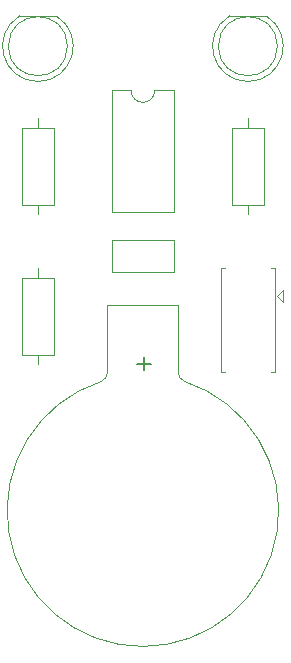
<source format=gbr>
G04 #@! TF.GenerationSoftware,KiCad,Pcbnew,(5.1.0)-1*
G04 #@! TF.CreationDate,2019-04-06T20:38:15-05:00*
G04 #@! TF.ProjectId,kicon19-blinky,6b69636f-6e31-4392-9d62-6c696e6b792e,rev?*
G04 #@! TF.SameCoordinates,Original*
G04 #@! TF.FileFunction,Legend,Top*
G04 #@! TF.FilePolarity,Positive*
%FSLAX46Y46*%
G04 Gerber Fmt 4.6, Leading zero omitted, Abs format (unit mm)*
G04 Created by KiCad (PCBNEW (5.1.0)-1) date 2019-04-06 20:38:15*
%MOMM*%
%LPD*%
G04 APERTURE LIST*
%ADD10C,0.120000*%
%ADD11C,0.150000*%
G04 APERTURE END LIST*
D10*
X156320000Y-100270000D02*
X154670000Y-100270000D01*
X156320000Y-110550000D02*
X156320000Y-100270000D01*
X151020000Y-110550000D02*
X156320000Y-110550000D01*
X151020000Y-100270000D02*
X151020000Y-110550000D01*
X152670000Y-100270000D02*
X151020000Y-100270000D01*
X154670000Y-100270000D02*
G75*
G02X152670000Y-100270000I-1000000J0D01*
G01*
X165520000Y-118170000D02*
X165520000Y-117170000D01*
X165020000Y-117670000D02*
X165520000Y-118170000D01*
X165520000Y-117170000D02*
X165020000Y-117670000D01*
X160300000Y-124080000D02*
X160610000Y-124080000D01*
X160300000Y-115260000D02*
X160610000Y-115260000D01*
X164510000Y-115260000D02*
X164820000Y-115260000D01*
X160300000Y-124080000D02*
X160300000Y-115260000D01*
X164820000Y-124080000D02*
X164510000Y-124080000D01*
X164820000Y-115260000D02*
X164820000Y-124080000D01*
X161190000Y-109950000D02*
X163930000Y-109950000D01*
X163930000Y-109950000D02*
X163930000Y-103410000D01*
X163930000Y-103410000D02*
X161190000Y-103410000D01*
X161190000Y-103410000D02*
X161190000Y-109950000D01*
X162560000Y-110720000D02*
X162560000Y-109950000D01*
X162560000Y-102640000D02*
X162560000Y-103410000D01*
X144780000Y-102640000D02*
X144780000Y-103410000D01*
X144780000Y-110720000D02*
X144780000Y-109950000D01*
X143410000Y-103410000D02*
X143410000Y-109950000D01*
X146150000Y-103410000D02*
X143410000Y-103410000D01*
X146150000Y-109950000D02*
X146150000Y-103410000D01*
X143410000Y-109950000D02*
X146150000Y-109950000D01*
X144780000Y-115340000D02*
X144780000Y-116110000D01*
X144780000Y-123420000D02*
X144780000Y-122650000D01*
X143410000Y-116110000D02*
X143410000Y-122650000D01*
X146150000Y-116110000D02*
X143410000Y-116110000D01*
X146150000Y-122650000D02*
X146150000Y-116110000D01*
X143410000Y-122650000D02*
X146150000Y-122650000D01*
X164105000Y-93960000D02*
X161015000Y-93960000D01*
X165060000Y-96520000D02*
G75*
G03X165060000Y-96520000I-2500000J0D01*
G01*
X162560462Y-99510000D02*
G75*
G02X161015170Y-93960000I-462J2990000D01*
G01*
X162559538Y-99510000D02*
G75*
G03X164104830Y-93960000I462J2990000D01*
G01*
X146325000Y-93960000D02*
X143235000Y-93960000D01*
X147280000Y-96520000D02*
G75*
G03X147280000Y-96520000I-2500000J0D01*
G01*
X144780462Y-99510000D02*
G75*
G02X143235170Y-93960000I-462J2990000D01*
G01*
X144779538Y-99510000D02*
G75*
G03X146324830Y-93960000I462J2990000D01*
G01*
X151070000Y-115670000D02*
X151070000Y-112930000D01*
X156310000Y-115670000D02*
X156310000Y-112930000D01*
X156310000Y-112930000D02*
X151070000Y-112930000D01*
X156310000Y-115670000D02*
X151070000Y-115670000D01*
X150670000Y-118450000D02*
X150670000Y-124150000D01*
X150670000Y-118450000D02*
X156670000Y-118450000D01*
X156670000Y-118450000D02*
X156670000Y-124150000D01*
X157196384Y-124901754D02*
G75*
G02X156670000Y-124150000I273616J751754D01*
G01*
X153624719Y-147345671D02*
G75*
G03X157170000Y-124900000I45281J11495671D01*
G01*
X150143616Y-124901754D02*
G75*
G03X150670000Y-124150000I-273616J751754D01*
G01*
X153715281Y-147345671D02*
G75*
G02X150170000Y-124900000I-45281J11495671D01*
G01*
D11*
X153777142Y-123971428D02*
X153777142Y-122828571D01*
X154348571Y-123400000D02*
X153205714Y-123400000D01*
M02*

</source>
